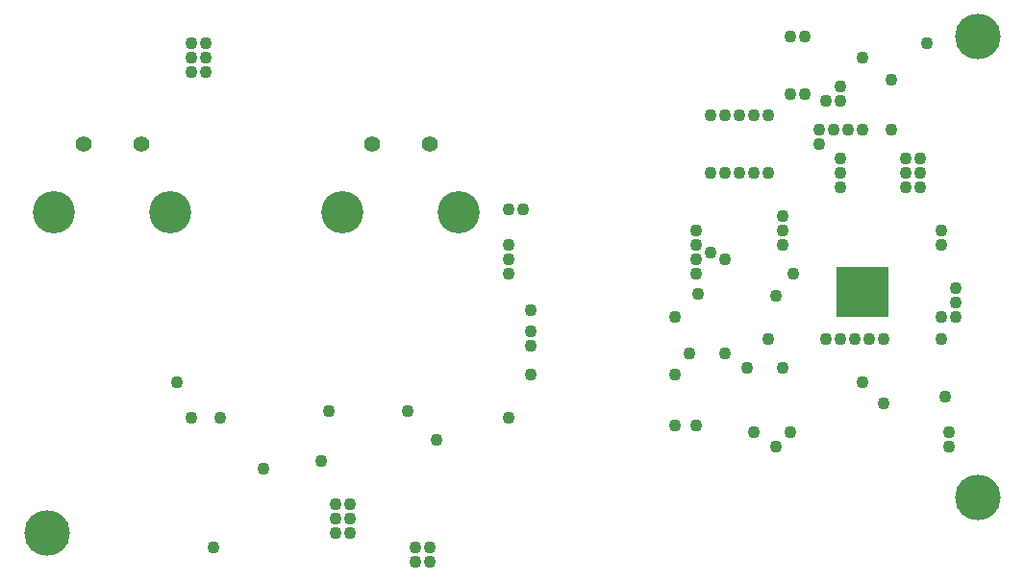
<source format=gbs>
G75*
%MOIN*%
%OFA0B0*%
%FSLAX25Y25*%
%IPPOS*%
%LPD*%
%AMOC8*
5,1,8,0,0,1.08239X$1,22.5*
%
%ADD10C,0.15800*%
%ADD11R,0.18400X0.17600*%
%ADD12C,0.04300*%
%ADD13C,0.14643*%
%ADD14C,0.05524*%
%ADD15C,0.04343*%
D10*
X0052000Y0052000D03*
X0374500Y0064500D03*
X0374500Y0224500D03*
D11*
X0334500Y0135700D03*
D12*
X0334500Y0137000D03*
X0329500Y0137000D03*
X0329500Y0132000D03*
X0334500Y0132000D03*
X0339500Y0132000D03*
X0339500Y0137000D03*
X0339500Y0142000D03*
X0334500Y0142000D03*
X0329500Y0142000D03*
D13*
X0194750Y0163400D03*
X0154250Y0163400D03*
X0094750Y0163400D03*
X0054250Y0163400D03*
D14*
X0064500Y0187000D03*
X0084500Y0187000D03*
X0164500Y0187000D03*
X0184500Y0187000D03*
D15*
X0212000Y0164500D03*
X0217000Y0164500D03*
X0212000Y0152000D03*
X0212000Y0147000D03*
X0212000Y0142000D03*
X0219500Y0129500D03*
X0219500Y0122000D03*
X0219500Y0117000D03*
X0219500Y0107000D03*
X0212000Y0092000D03*
X0187000Y0084500D03*
X0177000Y0094500D03*
X0149500Y0094500D03*
X0147000Y0077000D03*
X0127000Y0074500D03*
X0152000Y0062000D03*
X0157000Y0062000D03*
X0157000Y0057000D03*
X0152000Y0057000D03*
X0152000Y0052000D03*
X0157000Y0052000D03*
X0179500Y0047000D03*
X0184500Y0047000D03*
X0184500Y0042000D03*
X0179500Y0042000D03*
X0109500Y0047000D03*
X0112000Y0092000D03*
X0102000Y0092000D03*
X0097000Y0104500D03*
X0269500Y0107000D03*
X0274500Y0114500D03*
X0287000Y0114500D03*
X0294500Y0109500D03*
X0307000Y0109500D03*
X0302000Y0119500D03*
X0322000Y0119500D03*
X0327000Y0119500D03*
X0332000Y0119500D03*
X0337000Y0119500D03*
X0342000Y0119500D03*
X0362000Y0119500D03*
X0362000Y0127000D03*
X0367000Y0127000D03*
X0367000Y0132000D03*
X0367000Y0137000D03*
X0362000Y0152000D03*
X0362000Y0157000D03*
X0354500Y0172000D03*
X0349500Y0172000D03*
X0349500Y0177000D03*
X0354500Y0177000D03*
X0354500Y0182000D03*
X0349500Y0182000D03*
X0344500Y0192000D03*
X0334500Y0192000D03*
X0329500Y0192000D03*
X0324500Y0192000D03*
X0319500Y0192000D03*
X0319500Y0187000D03*
X0327000Y0182000D03*
X0327000Y0177000D03*
X0327000Y0172000D03*
X0307000Y0162000D03*
X0307000Y0157000D03*
X0307000Y0152000D03*
X0310500Y0142000D03*
X0304500Y0134500D03*
X0287000Y0147000D03*
X0282000Y0149500D03*
X0277000Y0147000D03*
X0277000Y0142000D03*
X0277500Y0135000D03*
X0269500Y0127000D03*
X0277000Y0152000D03*
X0277000Y0157000D03*
X0282000Y0177000D03*
X0287000Y0177000D03*
X0292000Y0177000D03*
X0297000Y0177000D03*
X0302000Y0177000D03*
X0302000Y0197000D03*
X0297000Y0197000D03*
X0292000Y0197000D03*
X0287000Y0197000D03*
X0282000Y0197000D03*
X0309500Y0204500D03*
X0314500Y0204500D03*
X0322000Y0202000D03*
X0327000Y0202000D03*
X0327000Y0207000D03*
X0334500Y0217000D03*
X0344500Y0209500D03*
X0357000Y0222000D03*
X0314500Y0224500D03*
X0309500Y0224500D03*
X0334500Y0104500D03*
X0342000Y0097000D03*
X0363437Y0099500D03*
X0364500Y0087000D03*
X0364500Y0082000D03*
X0309500Y0087000D03*
X0304500Y0082000D03*
X0297000Y0087000D03*
X0277000Y0089500D03*
X0269500Y0089500D03*
X0107000Y0212000D03*
X0107000Y0217000D03*
X0107000Y0222000D03*
X0102000Y0222000D03*
X0102000Y0217000D03*
X0102000Y0212000D03*
M02*

</source>
